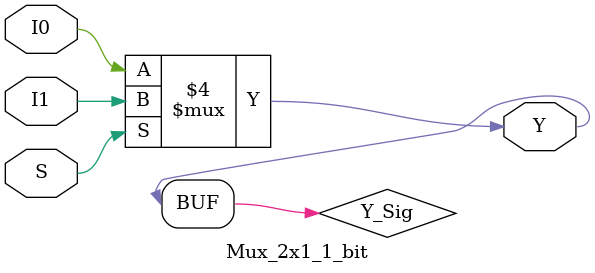
<source format=v>
module Mux_2x1_1_bit(I1,I0,S,Y);
	input I1,I0,S;
	reg Y_Sig;
	output Y;
	
	assign Y = Y_Sig;
	always @*
		if (S == 1'b1)
			Y_Sig = I1;
		else
			Y_Sig = I0;
endmodule

</source>
